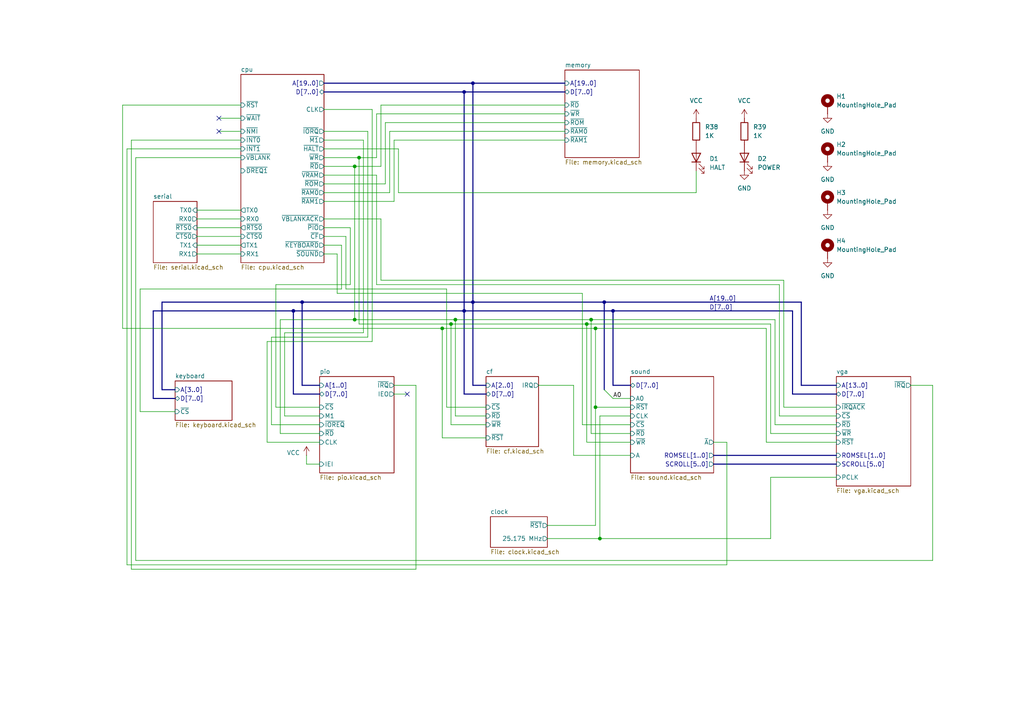
<source format=kicad_sch>
(kicad_sch (version 20250114) (generator "eeschema") (generator_version "9.0")
  (paper "A4")
  (title_block (title "ZAK181 Single Board Computer") (date "2025-06-18") (rev "A") (company "A.K."))
  (lib_symbols
    (symbol "Device:LED" (pin_numbers (hide yes)) (pin_names (offset 1.016) (hide yes))
      (property "Reference" "D" (at 0 2.54 0))
      (property "Value" "LED" (at 0 -2.54 0))
      (symbol "LED_0_1"
        (polyline (pts (xy -3.048 -0.762) (xy -4.572 -2.286) (xy -3.81 -2.286) (xy -4.572 -2.286) (xy -4.572 -1.524)))
        (polyline (pts (xy -1.778 -0.762) (xy -3.302 -2.286) (xy -2.54 -2.286) (xy -3.302 -2.286) (xy -3.302 -1.524)))
        (polyline (pts (xy -1.27 0) (xy 1.27 0)))
        (polyline (pts (xy -1.27 -1.27) (xy -1.27 1.27)) (stroke (width 0.254)))
        (polyline (pts (xy 1.27 -1.27) (xy 1.27 1.27) (xy -1.27 0) (xy 1.27 -1.27)) (stroke (width 0.254)))
      )
      (symbol "LED_1_1"
        (pin passive line (at -3.81 0 0) (length 2.54) (name "K") (number "1"))
        (pin passive line (at 3.81 0 180) (length 2.54) (name "A") (number "2"))
      )
    )
    (symbol "Device:R" (pin_numbers (hide yes)) (pin_names (offset 0))
      (property "Reference" "R" (at 2.032 0 90))
      (property "Value" "R" (at 0 0 90))
      (symbol "R_0_1"
        (rectangle (start -1.016 -2.54) (end 1.016 2.54) (stroke (width 0.254)))
      )
      (symbol "R_1_1"
        (pin passive line (at 0 3.81 270) (length 1.27) (name "~") (number "1"))
        (pin passive line (at 0 -3.81 90) (length 1.27) (name "~") (number "2"))
      )
    )
    (symbol "Mechanical:MountingHole_Pad" (pin_numbers (hide yes)) (pin_names (offset 1.016) (hide yes)) (exclude_from_sim yes) (in_bom no)
      (property "Reference" "H" (at 0 6.35 0))
      (property "Value" "MountingHole_Pad" (at 0 4.445 0))
      (symbol "MountingHole_Pad_0_1"
        (circle (center 0 1.27) (radius 1.27) (stroke (width 1.27)))
      )
      (symbol "MountingHole_Pad_1_1"
        (pin input line (at 0 -2.54 90) (length 2.54) (name "1") (number "1"))
      )
    )
    (symbol "power:GND" (power) (pin_numbers (hide yes)) (pin_names (offset 0) (hide yes))
      (property "Value" "GND" (at 0 -3.81 0))
      (symbol "GND_0_1"
        (polyline (pts (xy 0 0) (xy 0 -1.27) (xy 1.27 -1.27) (xy 0 -2.54) (xy -1.27 -1.27) (xy 0 -1.27)))
      )
      (symbol "GND_1_1"
        (pin power_in line (at 0 0 270) (length 0) (name "~") (number "1"))
      )
    )
    (symbol "power:VCC" (power) (pin_numbers (hide yes)) (pin_names (offset 0) (hide yes))
      (property "Value" "VCC" (at 0 3.556 0))
      (symbol "VCC_0_1"
        (polyline (pts (xy -0.762 1.27) (xy 0 2.54)))
        (polyline (pts (xy 0 2.54) (xy 0.762 1.27)))
        (polyline (pts (xy 0 0) (xy 0 2.54)))
      )
      (symbol "VCC_1_1"
        (pin power_in line (at 0 0 90) (length 0) (name "~") (number "1"))
      )
    )
  )
  (junction (at 173.99 156.21))
  (junction (at 134.62 90.17))
  (junction (at 171.45 92.71))
  (junction (at 128.27 95.25))
  (junction (at 85.09 90.17))
  (junction (at 137.16 87.63))
  (junction (at 102.87 92.71))
  (junction (at 130.81 93.98))
  (junction (at 102.87 48.26))
  (junction (at 87.63 87.63))
  (junction (at 137.16 24.13))
  (junction (at 175.26 87.63))
  (junction (at 132.08 92.71))
  (junction (at 134.62 26.67))
  (junction (at 172.72 95.25))
  (junction (at 170.18 93.98))
  (junction (at 172.72 118.11))
  (junction (at 177.8 90.17))
  (junction (at 104.14 45.72))
  (no_connect (at 63.5 34.29))
  (no_connect (at 63.5 38.1))
  (no_connect (at 118.11 114.3))
  (bus_entry (at 175.26 113.03) (size 2.54 2.54))
  (wire (pts (xy 88.9 134.62) (xy 92.71 134.62)))
  (bus (pts (xy 85.09 90.17) (xy 134.62 90.17)))
  (wire (pts (xy 168.91 85.09) (xy 168.91 123.19)))
  (wire (pts (xy 171.45 92.71) (xy 171.45 125.73)))
  (wire (pts (xy 115.57 55.88) (xy 201.93 55.88)))
  (wire (pts (xy 130.81 123.19) (xy 140.97 123.19)))
  (wire (pts (xy 114.3 111.76) (xy 120.65 111.76)))
  (bus (pts (xy 137.16 24.13) (xy 137.16 87.63)))
  (wire (pts (xy 104.14 93.98) (xy 130.81 93.98)))
  (wire (pts (xy 97.79 73.66) (xy 97.79 85.09)))
  (wire (pts (xy 120.65 165.1) (xy 38.1 165.1)))
  (wire (pts (xy 128.27 127) (xy 140.97 127)))
  (wire (pts (xy 158.75 152.4) (xy 172.72 152.4)))
  (wire (pts (xy 81.28 92.71) (xy 102.87 92.71)))
  (wire (pts (xy 63.5 34.29) (xy 69.85 34.29)))
  (wire (pts (xy 97.79 85.09) (xy 168.91 85.09)))
  (wire (pts (xy 172.72 95.25) (xy 172.72 118.11)))
  (wire (pts (xy 171.45 92.71) (xy 224.79 92.71)))
  (bus (pts (xy 134.62 90.17) (xy 134.62 114.3)))
  (wire (pts (xy 182.88 128.27) (xy 170.18 128.27)))
  (bus (pts (xy 137.16 87.63) (xy 175.26 87.63)))
  (wire (pts (xy 111.76 35.56) (xy 163.83 35.56)))
  (wire (pts (xy 107.95 99.06) (xy 77.47 99.06)))
  (wire (pts (xy 93.98 43.18) (xy 115.57 43.18)))
  (wire (pts (xy 170.18 93.98) (xy 223.52 93.98)))
  (wire (pts (xy 270.51 162.56) (xy 270.51 111.76)))
  (bus (pts (xy 134.62 26.67) (xy 134.62 90.17)))
  (wire (pts (xy 80.01 82.55) (xy 80.01 118.11)))
  (wire (pts (xy 77.47 99.06) (xy 77.47 128.27)))
  (bus (pts (xy 175.26 87.63) (xy 175.26 113.03)))
  (wire (pts (xy 222.25 95.25) (xy 222.25 128.27)))
  (wire (pts (xy 223.52 125.73) (xy 242.57 125.73)))
  (wire (pts (xy 93.98 68.58) (xy 100.33 68.58)))
  (wire (pts (xy 173.99 120.65) (xy 173.99 156.21)))
  (wire (pts (xy 110.49 48.26) (xy 102.87 48.26)))
  (wire (pts (xy 172.72 118.11) (xy 182.88 118.11)))
  (wire (pts (xy 101.6 66.04) (xy 101.6 82.55)))
  (wire (pts (xy 129.54 83.82) (xy 129.54 118.11)))
  (wire (pts (xy 93.98 66.04) (xy 101.6 66.04)))
  (wire (pts (xy 109.22 45.72) (xy 109.22 33.02)))
  (bus (pts (xy 87.63 87.63) (xy 87.63 111.76)))
  (wire (pts (xy 166.37 111.76) (xy 166.37 132.08)))
  (bus (pts (xy 92.71 114.3) (xy 85.09 114.3)))
  (wire (pts (xy 115.57 43.18) (xy 115.57 55.88)))
  (wire (pts (xy 57.15 71.12) (xy 69.85 71.12)))
  (bus (pts (xy 93.98 24.13) (xy 137.16 24.13)))
  (bus (pts (xy 137.16 111.76) (xy 137.16 87.63)))
  (wire (pts (xy 93.98 53.34) (xy 111.76 53.34)))
  (bus (pts (xy 44.45 90.17) (xy 85.09 90.17)))
  (wire (pts (xy 120.65 111.76) (xy 120.65 165.1)))
  (wire (pts (xy 93.98 31.75) (xy 107.95 31.75)))
  (wire (pts (xy 132.08 92.71) (xy 171.45 92.71)))
  (bus (pts (xy 177.8 90.17) (xy 229.87 90.17)))
  (wire (pts (xy 35.56 95.25) (xy 128.27 95.25)))
  (bus (pts (xy 232.41 87.63) (xy 232.41 111.76)))
  (wire (pts (xy 80.01 118.11) (xy 92.71 118.11)))
  (wire (pts (xy 170.18 93.98) (xy 170.18 128.27)))
  (wire (pts (xy 110.49 30.48) (xy 163.83 30.48)))
  (wire (pts (xy 223.52 138.43) (xy 242.57 138.43)))
  (wire (pts (xy 113.03 55.88) (xy 113.03 38.1)))
  (wire (pts (xy 105.41 96.52) (xy 82.55 96.52)))
  (wire (pts (xy 173.99 156.21) (xy 223.52 156.21)))
  (wire (pts (xy 182.88 125.73) (xy 171.45 125.73)))
  (wire (pts (xy 106.68 38.1) (xy 106.68 97.79)))
  (wire (pts (xy 36.83 43.18) (xy 69.85 43.18)))
  (wire (pts (xy 177.8 115.57) (xy 182.88 115.57)))
  (wire (pts (xy 93.98 71.12) (xy 99.06 71.12)))
  (wire (pts (xy 270.51 111.76) (xy 264.16 111.76)))
  (wire (pts (xy 223.52 156.21) (xy 223.52 138.43)))
  (bus (pts (xy 134.62 26.67) (xy 163.83 26.67)))
  (wire (pts (xy 226.06 120.65) (xy 242.57 120.65)))
  (wire (pts (xy 39.37 162.56) (xy 270.51 162.56)))
  (wire (pts (xy 100.33 68.58) (xy 100.33 83.82)))
  (wire (pts (xy 102.87 48.26) (xy 102.87 92.71)))
  (wire (pts (xy 78.74 97.79) (xy 78.74 123.19)))
  (bus (pts (xy 44.45 90.17) (xy 44.45 115.57)))
  (wire (pts (xy 227.33 81.28) (xy 110.49 81.28)))
  (wire (pts (xy 114.3 58.42) (xy 114.3 40.64)))
  (wire (pts (xy 227.33 118.11) (xy 242.57 118.11)))
  (wire (pts (xy 38.1 40.64) (xy 69.85 40.64)))
  (wire (pts (xy 102.87 92.71) (xy 132.08 92.71)))
  (wire (pts (xy 100.33 83.82) (xy 129.54 83.82)))
  (wire (pts (xy 63.5 38.1) (xy 69.85 38.1)))
  (wire (pts (xy 172.72 95.25) (xy 222.25 95.25)))
  (wire (pts (xy 128.27 95.25) (xy 128.27 127)))
  (bus (pts (xy 46.99 87.63) (xy 46.99 113.03)))
  (wire (pts (xy 35.56 30.48) (xy 69.85 30.48)))
  (wire (pts (xy 111.76 53.34) (xy 111.76 35.56)))
  (wire (pts (xy 166.37 132.08) (xy 182.88 132.08)))
  (wire (pts (xy 130.81 93.98) (xy 170.18 93.98)))
  (wire (pts (xy 224.79 92.71) (xy 224.79 123.19)))
  (bus (pts (xy 93.98 26.67) (xy 134.62 26.67)))
  (bus (pts (xy 134.62 114.3) (xy 140.97 114.3)))
  (wire (pts (xy 114.3 114.3) (xy 118.11 114.3)))
  (wire (pts (xy 110.49 81.28) (xy 110.49 63.5)))
  (wire (pts (xy 156.21 111.76) (xy 166.37 111.76)))
  (bus (pts (xy 134.62 90.17) (xy 177.8 90.17)))
  (wire (pts (xy 132.08 120.65) (xy 140.97 120.65)))
  (bus (pts (xy 87.63 111.76) (xy 92.71 111.76)))
  (wire (pts (xy 201.93 55.88) (xy 201.93 49.53)))
  (wire (pts (xy 106.68 97.79) (xy 78.74 97.79)))
  (wire (pts (xy 130.81 93.98) (xy 130.81 123.19)))
  (wire (pts (xy 77.47 128.27) (xy 92.71 128.27)))
  (wire (pts (xy 172.72 152.4) (xy 172.72 118.11)))
  (bus (pts (xy 229.87 114.3) (xy 242.57 114.3)))
  (wire (pts (xy 226.06 82.55) (xy 226.06 120.65)))
  (bus (pts (xy 207.01 132.08) (xy 242.57 132.08)))
  (bus (pts (xy 207.01 134.62) (xy 242.57 134.62)))
  (wire (pts (xy 109.22 50.8) (xy 109.22 82.55)))
  (wire (pts (xy 222.25 128.27) (xy 242.57 128.27)))
  (wire (pts (xy 40.64 119.38) (xy 50.8 119.38)))
  (wire (pts (xy 227.33 118.11) (xy 227.33 81.28)))
  (bus (pts (xy 177.8 111.76) (xy 177.8 90.17)))
  (wire (pts (xy 40.64 83.82) (xy 40.64 119.38)))
  (wire (pts (xy 93.98 58.42) (xy 114.3 58.42)))
  (bus (pts (xy 46.99 87.63) (xy 87.63 87.63)))
  (wire (pts (xy 93.98 40.64) (xy 105.41 40.64)))
  (wire (pts (xy 105.41 40.64) (xy 105.41 96.52)))
  (wire (pts (xy 110.49 48.26) (xy 110.49 30.48)))
  (bus (pts (xy 87.63 87.63) (xy 137.16 87.63)))
  (wire (pts (xy 114.3 40.64) (xy 163.83 40.64)))
  (wire (pts (xy 38.1 165.1) (xy 38.1 40.64)))
  (bus (pts (xy 232.41 111.76) (xy 242.57 111.76)))
  (wire (pts (xy 82.55 96.52) (xy 82.55 120.65)))
  (wire (pts (xy 93.98 55.88) (xy 113.03 55.88)))
  (wire (pts (xy 35.56 95.25) (xy 35.56 30.48)))
  (wire (pts (xy 173.99 120.65) (xy 182.88 120.65)))
  (bus (pts (xy 229.87 90.17) (xy 229.87 114.3)))
  (wire (pts (xy 210.82 128.27) (xy 210.82 163.83)))
  (wire (pts (xy 93.98 73.66) (xy 97.79 73.66)))
  (wire (pts (xy 109.22 33.02) (xy 163.83 33.02)))
  (wire (pts (xy 207.01 128.27) (xy 210.82 128.27)))
  (wire (pts (xy 88.9 132.08) (xy 88.9 134.62)))
  (wire (pts (xy 104.14 45.72) (xy 109.22 45.72)))
  (wire (pts (xy 99.06 83.82) (xy 40.64 83.82)))
  (wire (pts (xy 57.15 68.58) (xy 69.85 68.58)))
  (wire (pts (xy 93.98 38.1) (xy 106.68 38.1)))
  (wire (pts (xy 99.06 71.12) (xy 99.06 83.82)))
  (wire (pts (xy 128.27 95.25) (xy 172.72 95.25)))
  (wire (pts (xy 109.22 82.55) (xy 226.06 82.55)))
  (wire (pts (xy 224.79 123.19) (xy 242.57 123.19)))
  (bus (pts (xy 85.09 90.17) (xy 85.09 114.3)))
  (wire (pts (xy 57.15 66.04) (xy 69.85 66.04)))
  (wire (pts (xy 69.85 45.72) (xy 39.37 45.72)))
  (wire (pts (xy 39.37 45.72) (xy 39.37 162.56)))
  (wire (pts (xy 36.83 43.18) (xy 36.83 163.83)))
  (wire (pts (xy 57.15 63.5) (xy 69.85 63.5)))
  (wire (pts (xy 168.91 123.19) (xy 182.88 123.19)))
  (wire (pts (xy 57.15 60.96) (xy 69.85 60.96)))
  (wire (pts (xy 158.75 156.21) (xy 173.99 156.21)))
  (wire (pts (xy 82.55 120.65) (xy 92.71 120.65)))
  (wire (pts (xy 104.14 45.72) (xy 104.14 93.98)))
  (wire (pts (xy 107.95 31.75) (xy 107.95 99.06)))
  (wire (pts (xy 36.83 163.83) (xy 210.82 163.83)))
  (wire (pts (xy 113.03 38.1) (xy 163.83 38.1)))
  (wire (pts (xy 93.98 48.26) (xy 102.87 48.26)))
  (wire (pts (xy 104.14 45.72) (xy 93.98 45.72)))
  (bus (pts (xy 175.26 87.63) (xy 232.41 87.63)))
  (wire (pts (xy 110.49 63.5) (xy 93.98 63.5)))
  (wire (pts (xy 223.52 93.98) (xy 223.52 125.73)))
  (bus (pts (xy 137.16 111.76) (xy 140.97 111.76)))
  (wire (pts (xy 93.98 50.8) (xy 109.22 50.8)))
  (wire (pts (xy 132.08 92.71) (xy 132.08 120.65)))
  (wire (pts (xy 78.74 123.19) (xy 92.71 123.19)))
  (bus (pts (xy 137.16 24.13) (xy 163.83 24.13)))
  (wire (pts (xy 129.54 118.11) (xy 140.97 118.11)))
  (wire (pts (xy 57.15 73.66) (xy 69.85 73.66)))
  (bus (pts (xy 46.99 113.03) (xy 50.8 113.03)))
  (wire (pts (xy 81.28 92.71) (xy 81.28 125.73)))
  (wire (pts (xy 101.6 82.55) (xy 80.01 82.55)))
  (bus (pts (xy 44.45 115.57) (xy 50.8 115.57)))
  (wire (pts (xy 81.28 125.73) (xy 92.71 125.73)))
  (bus (pts (xy 182.88 111.76) (xy 177.8 111.76)))
  (label "A0" (at 177.8 115.57 0))
  (label "D[7..0]" (at 205.74 90.17 0))
  (label "A[19..0]" (at 205.74 87.63 0))
  (symbol (lib_id "Mechanical:MountingHole_Pad") (at 240.03 44.45 0) (unit 1) (exclude_from_sim yes) (in_bom no)
    (property "Reference" "H2" (at 242.57 41.9099 0) (effects (justify left)))
    (property "Value" "MountingHole_Pad" (at 242.57 44.4499 0) (effects (justify left)))
    (property "Footprint" "MountingHole:MountingHole_3.2mm_M3_Pad_Via" (effects (hide yes)))
    (property "Description" "Mounting Hole with connection" (effects (hide yes)))
  )
  (symbol (lib_id "power:VCC") (at 201.93 34.29 0) (unit 1)
    (property "Reference" "#PWR087" (effects (hide yes)))
    (property "Value" "VCC" (at 201.93 29.21 0))
    (property "Description" "Power symbol creates a global label with name \"VCC\"" (effects (hide yes)))
  )
  (symbol (lib_id "Device:LED") (at 201.93 45.72 90) (unit 1)
    (property "Reference" "D1" (at 205.74 46.0374 90) (effects (justify right)))
    (property "Value" "HALT" (at 205.74 48.5774 90) (effects (justify right)))
    (property "Footprint" "LED_THT:LED_D5.0mm" (effects (hide yes)))
    (property "Description" "Light emitting diode" (effects (hide yes)))
  )
  (symbol (lib_id "Mechanical:MountingHole_Pad") (at 240.03 30.48 0) (unit 1) (exclude_from_sim yes) (in_bom no)
    (property "Reference" "H1" (at 242.57 27.9399 0) (effects (justify left)))
    (property "Value" "MountingHole_Pad" (at 242.57 30.4799 0) (effects (justify left)))
    (property "Footprint" "MountingHole:MountingHole_3.2mm_M3_Pad_Via" (effects (hide yes)))
    (property "Description" "Mounting Hole with connection" (effects (hide yes)))
  )
  (symbol (lib_id "Mechanical:MountingHole_Pad") (at 240.03 58.42 0) (unit 1) (exclude_from_sim yes) (in_bom no)
    (property "Reference" "H3" (at 242.57 55.8799 0) (effects (justify left)))
    (property "Value" "MountingHole_Pad" (at 242.57 58.4199 0) (effects (justify left)))
    (property "Footprint" "MountingHole:MountingHole_3.2mm_M3_Pad_Via" (effects (hide yes)))
    (property "Description" "Mounting Hole with connection" (effects (hide yes)))
  )
  (symbol (lib_id "Device:R") (at 215.9 38.1 0) (unit 1)
    (property "Reference" "R39" (at 218.44 36.8299 0) (effects (justify left)))
    (property "Value" "1K" (at 218.44 39.3699 0) (effects (justify left)))
    (property "Footprint" "Resistor_THT:R_Axial_DIN0207_L6.3mm_D2.5mm_P7.62mm_Horizontal" (effects (hide yes)))
    (property "Description" "Resistor" (effects (hide yes)))
  )
  (symbol (lib_id "power:GND") (at 215.9 49.53 0) (unit 1)
    (property "Reference" "#PWR0190" (effects (hide yes)))
    (property "Value" "GND" (at 215.9 54.61 0))
    (property "Description" "Power symbol creates a global label with name \"GND\" , ground" (effects (hide yes)))
  )
  (symbol (lib_id "power:GND") (at 240.03 74.93 0) (unit 1)
    (property "Reference" "#PWR0103" (effects (hide yes)))
    (property "Value" "GND" (at 240.03 80.01 0))
    (property "Description" "Power symbol creates a global label with name \"GND\" , ground" (effects (hide yes)))
  )
  (symbol (lib_id "power:GND") (at 240.03 46.99 0) (unit 1)
    (property "Reference" "#PWR0101" (effects (hide yes)))
    (property "Value" "GND" (at 240.03 52.07 0))
    (property "Description" "Power symbol creates a global label with name \"GND\" , ground" (effects (hide yes)))
  )
  (symbol (lib_id "Mechanical:MountingHole_Pad") (at 240.03 72.39 0) (unit 1) (exclude_from_sim yes) (in_bom no)
    (property "Reference" "H4" (at 242.57 69.8499 0) (effects (justify left)))
    (property "Value" "MountingHole_Pad" (at 242.57 72.3899 0) (effects (justify left)))
    (property "Footprint" "MountingHole:MountingHole_3.2mm_M3_Pad_Via" (effects (hide yes)))
    (property "Description" "Mounting Hole with connection" (effects (hide yes)))
  )
  (symbol (lib_id "power:VCC") (at 215.9 34.29 0) (unit 1)
    (property "Reference" "#PWR0166" (effects (hide yes)))
    (property "Value" "VCC" (at 215.9 29.21 0))
    (property "Description" "Power symbol creates a global label with name \"VCC\"" (effects (hide yes)))
  )
  (symbol (lib_id "Device:R") (at 201.93 38.1 0) (unit 1)
    (property "Reference" "R38" (at 204.47 36.8299 0) (effects (justify left)))
    (property "Value" "1K" (at 204.47 39.3699 0) (effects (justify left)))
    (property "Footprint" "Resistor_THT:R_Axial_DIN0207_L6.3mm_D2.5mm_P7.62mm_Horizontal" (effects (hide yes)))
    (property "Description" "Resistor" (effects (hide yes)))
  )
  (symbol (lib_id "power:GND") (at 240.03 33.02 0) (unit 1)
    (property "Reference" "#PWR0104" (effects (hide yes)))
    (property "Value" "GND" (at 240.03 38.1 0))
    (property "Description" "Power symbol creates a global label with name \"GND\" , ground" (effects (hide yes)))
  )
  (symbol (lib_id "power:GND") (at 240.03 60.96 0) (unit 1)
    (property "Reference" "#PWR0102" (effects (hide yes)))
    (property "Value" "GND" (at 240.03 66.04 0))
    (property "Description" "Power symbol creates a global label with name \"GND\" , ground" (effects (hide yes)))
  )
  (symbol (lib_id "power:VCC") (at 88.9 132.08 0) (unit 1)
    (property "Reference" "#PWR0152" (effects (hide yes)))
    (property "Value" "VCC" (at 85.09 131.318 0))
    (property "Description" "Power symbol creates a global label with name \"VCC\"" (effects (hide yes)))
  )
  (symbol (lib_id "Device:LED") (at 215.9 45.72 90) (unit 1)
    (property "Reference" "D2" (at 219.71 46.0374 90) (effects (justify right)))
    (property "Value" "POWER" (at 219.71 48.5774 90) (effects (justify right)))
    (property "Footprint" "LED_THT:LED_D5.0mm" (effects (hide yes)))
    (property "Description" "Light emitting diode" (effects (hide yes)))
  )
  (sheet (at 182.88 109.22) (size 24.13 27.94) (stroke (width 0.1524))
    (property "Sheetname" "sound" (at 182.88 108.5084 0) (effects (justify left bottom)))
    (property "Sheetfile" "sound.kicad_sch" (at 182.88 137.7446 0) (effects (justify left top)))
    (pin "D[7..0]" bidirectional (at 182.88 111.76 180))
    (pin "~{RST}" input (at 182.88 118.11 180))
    (pin "CLK" input (at 182.88 120.65 180))
    (pin "~{RD}" input (at 182.88 125.73 180))
    (pin "~{CS}" input (at 182.88 123.19 180))
    (pin "~{WR}" input (at 182.88 128.27 180))
    (pin "ROMSEL[1..0]" output (at 207.01 132.08 0))
    (pin "A0" input (at 182.88 115.57 180))
    (pin "SCROLL[5..0]" output (at 207.01 134.62 0))
    (pin "A" input (at 182.88 132.08 180))
    (pin "~{A}" output (at 207.01 128.27 0))
  )
  (sheet (at 92.71 109.22) (size 21.59 27.94) (stroke (width 0.1524))
    (property "Sheetname" "pio" (at 92.71 108.5084 0) (effects (justify left bottom)))
    (property "Sheetfile" "pio.kicad_sch" (at 92.71 137.7446 0) (effects (justify left top)))
    (pin "~{CS}" input (at 92.71 118.11 180))
    (pin "M1" input (at 92.71 120.65 180))
    (pin "~{IOREQ}" input (at 92.71 123.19 180))
    (pin "~{RD}" input (at 92.71 125.73 180))
    (pin "CLK" input (at 92.71 128.27 180))
    (pin "IEI" input (at 92.71 134.62 180))
    (pin "IEO" output (at 114.3 114.3 0))
    (pin "D[7..0]" bidirectional (at 92.71 114.3 180))
    (pin "~{IRQ}" output (at 114.3 111.76 0))
    (pin "A[1..0]" input (at 92.71 111.76 180))
  )
  (sheet (at 50.8 110.49) (size 16.51 11.43) (stroke (width 0.1524))
    (property "Sheetname" "keyboard" (at 50.8 109.7784 0) (effects (justify left bottom)))
    (property "Sheetfile" "keyboard.kicad_sch" (at 50.8 122.5046 0) (effects (justify left top)))
    (pin "D[7..0]" tri_state (at 50.8 115.57 180))
    (pin "~{CS}" input (at 50.8 119.38 180))
    (pin "A[3..0]" input (at 50.8 113.03 180))
  )
  (sheet (at 44.45 58.42) (size 12.7 17.78) (stroke (width 0.1524))
    (property "Sheetname" "serial" (at 44.45 57.7084 0) (effects (justify left bottom)))
    (property "Sheetfile" "serial.kicad_sch" (at 44.45 76.7846 0) (effects (justify left top)))
    (pin "TX0" input (at 57.15 60.96 0))
    (pin "~{RTS0}" input (at 57.15 66.04 0))
    (pin "RX0" output (at 57.15 63.5 0))
    (pin "~{CTS0}" output (at 57.15 68.58 0))
    (pin "TX1" input (at 57.15 71.12 0))
    (pin "RX1" output (at 57.15 73.66 0))
  )
  (sheet (at 142.24 149.86) (size 16.51 8.89) (stroke (width 0.1524))
    (property "Sheetname" "clock" (at 142.24 149.1484 0) (effects (justify left bottom)))
    (property "Sheetfile" "clock.kicad_sch" (at 142.24 159.3346 0) (effects (justify left top)))
    (pin "~{RST}" output (at 158.75 152.4 0))
    (pin "25.175 MHz" output (at 158.75 156.21 0))
  )
  (sheet (at 163.83 20.32) (size 21.59 25.4) (stroke (width 0.1524))
    (property "Sheetname" "memory" (at 163.83 19.6084 0) (effects (justify left bottom)))
    (property "Sheetfile" "memory.kicad_sch" (at 163.83 46.3046 0) (effects (justify left top)))
    (pin "~{WR}" input (at 163.83 33.02 180))
    (pin "D[7..0]" bidirectional (at 163.83 26.67 180))
    (pin "A[19..0]" input (at 163.83 24.13 180))
    (pin "~{RD}" input (at 163.83 30.48 180))
    (pin "~{ROM}" input (at 163.83 35.56 180))
    (pin "~{RAM0}" input (at 163.83 38.1 180))
    (pin "~{RAM1}" input (at 163.83 40.64 180))
  )
  (sheet (at 242.57 109.22) (size 21.59 31.75) (stroke (width 0.1524))
    (property "Sheetname" "vga" (at 242.57 108.5084 0) (effects (justify left bottom)))
    (property "Sheetfile" "vga.kicad_sch" (at 242.57 141.5546 0) (effects (justify left top)))
    (pin "~{RD}" input (at 242.57 123.19 180))
    (pin "D[7..0]" bidirectional (at 242.57 114.3 180))
    (pin "~{CS}" input (at 242.57 120.65 180))
    (pin "PCLK" input (at 242.57 138.43 180))
    (pin "~{RST}" input (at 242.57 128.27 180))
    (pin "~{WR}" input (at 242.57 125.73 180))
    (pin "ROMSEL[1..0]" input (at 242.57 132.08 180))
    (pin "A[13..0]" input (at 242.57 111.76 180))
    (pin "~{IRQ}" output (at 264.16 111.76 0))
    (pin "SCROLL[5..0]" input (at 242.57 134.62 180))
    (pin "~{IRQACK}" input (at 242.57 118.11 180))
  )
  (sheet (at 69.85 21.59) (size 24.13 54.61) (stroke (width 0.1524))
    (property "Sheetname" "cpu" (at 69.85 20.8784 0) (effects (justify left bottom)))
    (property "Sheetfile" "cpu.kicad_sch" (at 69.85 76.7846 0) (effects (justify left top)))
    (pin "A[19..0]" output (at 93.98 24.13 0))
    (pin "D[7..0]" bidirectional (at 93.98 26.67 0))
    (pin "RX1" input (at 69.85 73.66 180))
    (pin "TX1" output (at 69.85 71.12 180))
    (pin "TX0" output (at 69.85 60.96 180))
    (pin "RX0" input (at 69.85 63.5 180))
    (pin "~{RST}" input (at 69.85 30.48 180))
    (pin "CLK" output (at 93.98 31.75 0))
    (pin "~{WAIT}" input (at 69.85 34.29 180))
    (pin "~{INT1}" input (at 69.85 43.18 180))
    (pin "~{NMI}" input (at 69.85 38.1 180))
    (pin "~{INT0}" input (at 69.85 40.64 180))
    (pin "~{VRAM}" output (at 93.98 50.8 0))
    (pin "~{ROM}" output (at 93.98 53.34 0))
    (pin "~{PIO}" output (at 93.98 66.04 0))
    (pin "~{KEYBOARD}" output (at 93.98 71.12 0))
    (pin "~{SOUND}" output (at 93.98 73.66 0))
    (pin "~{IORQ}" output (at 93.98 38.1 0))
    (pin "~{M1}" output (at 93.98 40.64 0))
    (pin "~{HALT}" output (at 93.98 43.18 0))
    (pin "~{WR}" output (at 93.98 45.72 0))
    (pin "~{RD}" output (at 93.98 48.26 0))
    (pin "~{RTS0}" output (at 69.85 66.04 180))
    (pin "~{CTS0}" input (at 69.85 68.58 180))
    (pin "~{DREQ1}" input (at 69.85 49.53 180))
    (pin "~{VBLANK}" input (at 69.85 45.72 180))
    (pin "~{RAM0}" output (at 93.98 55.88 0))
    (pin "~{VBLANKACK}" output (at 93.98 63.5 0))
    (pin "~{RAM1}" output (at 93.98 58.42 0))
    (pin "~{CF}" output (at 93.98 68.58 0))
  )
  (sheet (at 140.97 109.22) (size 15.24 20.32) (stroke (width 0.1524))
    (property "Sheetname" "cf" (at 140.97 108.5084 0) (effects (justify left bottom)))
    (property "Sheetfile" "cf.kicad_sch" (at 140.97 130.1246 0) (effects (justify left top)))
    (pin "A[2..0]" input (at 140.97 111.76 180))
    (pin "D[7..0]" bidirectional (at 140.97 114.3 180))
    (pin "~{CS}" input (at 140.97 118.11 180))
    (pin "~{RD}" input (at 140.97 120.65 180))
    (pin "~{RST}" input (at 140.97 127 180))
    (pin "~{WR}" input (at 140.97 123.19 180))
    (pin "IRQ" output (at 156.21 111.76 0))
  )
)
</source>
